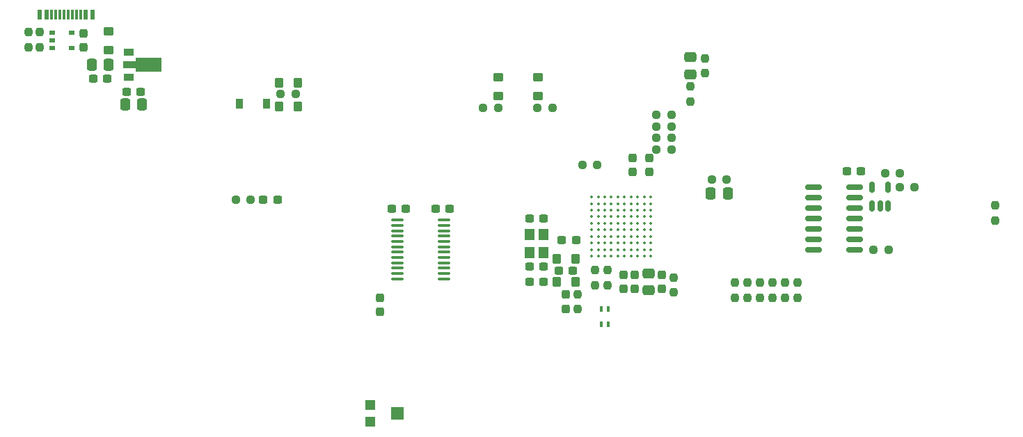
<source format=gbr>
%TF.GenerationSoftware,KiCad,Pcbnew,(6.0.10-0)*%
%TF.CreationDate,2022-12-22T01:29:59-08:00*%
%TF.ProjectId,Tesla Coil MIDI Synth,5465736c-6120-4436-9f69-6c204d494449,1*%
%TF.SameCoordinates,Original*%
%TF.FileFunction,Paste,Top*%
%TF.FilePolarity,Positive*%
%FSLAX46Y46*%
G04 Gerber Fmt 4.6, Leading zero omitted, Abs format (unit mm)*
G04 Created by KiCad (PCBNEW (6.0.10-0)) date 2022-12-22 01:29:59*
%MOMM*%
%LPD*%
G01*
G04 APERTURE LIST*
G04 Aperture macros list*
%AMRoundRect*
0 Rectangle with rounded corners*
0 $1 Rounding radius*
0 $2 $3 $4 $5 $6 $7 $8 $9 X,Y pos of 4 corners*
0 Add a 4 corners polygon primitive as box body*
4,1,4,$2,$3,$4,$5,$6,$7,$8,$9,$2,$3,0*
0 Add four circle primitives for the rounded corners*
1,1,$1+$1,$2,$3*
1,1,$1+$1,$4,$5*
1,1,$1+$1,$6,$7*
1,1,$1+$1,$8,$9*
0 Add four rect primitives between the rounded corners*
20,1,$1+$1,$2,$3,$4,$5,0*
20,1,$1+$1,$4,$5,$6,$7,0*
20,1,$1+$1,$6,$7,$8,$9,0*
20,1,$1+$1,$8,$9,$2,$3,0*%
%AMFreePoly0*
4,1,9,3.862500,-0.866500,0.737500,-0.866500,0.737500,-0.450000,-0.737500,-0.450000,-0.737500,0.450000,0.737500,0.450000,0.737500,0.866500,3.862500,0.866500,3.862500,-0.866500,3.862500,-0.866500,$1*%
G04 Aperture macros list end*
%ADD10RoundRect,0.150000X0.150000X-0.512500X0.150000X0.512500X-0.150000X0.512500X-0.150000X-0.512500X0*%
%ADD11RoundRect,0.237500X0.300000X0.237500X-0.300000X0.237500X-0.300000X-0.237500X0.300000X-0.237500X0*%
%ADD12RoundRect,0.237500X0.237500X-0.300000X0.237500X0.300000X-0.237500X0.300000X-0.237500X-0.300000X0*%
%ADD13RoundRect,0.250000X-0.350000X0.275000X-0.350000X-0.275000X0.350000X-0.275000X0.350000X0.275000X0*%
%ADD14RoundRect,0.237500X0.250000X0.237500X-0.250000X0.237500X-0.250000X-0.237500X0.250000X-0.237500X0*%
%ADD15RoundRect,0.250000X0.337500X0.475000X-0.337500X0.475000X-0.337500X-0.475000X0.337500X-0.475000X0*%
%ADD16RoundRect,0.250000X0.275000X0.350000X-0.275000X0.350000X-0.275000X-0.350000X0.275000X-0.350000X0*%
%ADD17R,0.800000X0.550000*%
%ADD18RoundRect,0.237500X-0.237500X0.250000X-0.237500X-0.250000X0.237500X-0.250000X0.237500X0.250000X0*%
%ADD19RoundRect,0.100000X-0.637500X-0.100000X0.637500X-0.100000X0.637500X0.100000X-0.637500X0.100000X0*%
%ADD20RoundRect,0.250000X-0.275000X-0.350000X0.275000X-0.350000X0.275000X0.350000X-0.275000X0.350000X0*%
%ADD21RoundRect,0.237500X-0.300000X-0.237500X0.300000X-0.237500X0.300000X0.237500X-0.300000X0.237500X0*%
%ADD22R,0.900000X1.200000*%
%ADD23RoundRect,0.237500X-0.250000X-0.237500X0.250000X-0.237500X0.250000X0.237500X-0.250000X0.237500X0*%
%ADD24RoundRect,0.237500X-0.237500X0.300000X-0.237500X-0.300000X0.237500X-0.300000X0.237500X0.300000X0*%
%ADD25RoundRect,0.237500X0.237500X-0.250000X0.237500X0.250000X-0.237500X0.250000X-0.237500X-0.250000X0*%
%ADD26RoundRect,0.250000X-0.337500X-0.475000X0.337500X-0.475000X0.337500X0.475000X-0.337500X0.475000X0*%
%ADD27C,0.350000*%
%ADD28R,1.300000X0.900000*%
%ADD29FreePoly0,0.000000*%
%ADD30R,1.200000X1.400000*%
%ADD31RoundRect,0.250000X-0.475000X0.337500X-0.475000X-0.337500X0.475000X-0.337500X0.475000X0.337500X0*%
%ADD32R,0.600000X1.150000*%
%ADD33R,0.300000X1.150000*%
%ADD34R,1.200000X1.200000*%
%ADD35R,1.500000X1.600000*%
%ADD36RoundRect,0.250000X0.475000X-0.337500X0.475000X0.337500X-0.475000X0.337500X-0.475000X-0.337500X0*%
%ADD37RoundRect,0.150000X-0.825000X-0.150000X0.825000X-0.150000X0.825000X0.150000X-0.825000X0.150000X0*%
%ADD38R,0.400000X0.750000*%
%ADD39RoundRect,0.250000X0.350000X-0.275000X0.350000X0.275000X-0.350000X0.275000X-0.350000X-0.275000X0*%
G04 APERTURE END LIST*
D10*
%TO.C,U9*%
X126812000Y-50667500D03*
X127762000Y-50667500D03*
X128712000Y-50667500D03*
X128712000Y-48392500D03*
X126812000Y-48392500D03*
%TD*%
D11*
%TO.C,C2*%
X33755500Y-35179000D03*
X32030500Y-35179000D03*
%TD*%
D12*
%TO.C,C25*%
X97663000Y-46582500D03*
X97663000Y-44857500D03*
%TD*%
D13*
%TO.C,FB3*%
X86106000Y-35045000D03*
X86106000Y-37345000D03*
%TD*%
D14*
%TO.C,R21*%
X49379500Y-49911000D03*
X51204500Y-49911000D03*
%TD*%
D15*
%TO.C,C5*%
X37994500Y-38354000D03*
X35919500Y-38354000D03*
%TD*%
D11*
%TO.C,C6*%
X86841500Y-59944000D03*
X85116500Y-59944000D03*
%TD*%
D16*
%TO.C,FB5*%
X56903000Y-38608000D03*
X54603000Y-38608000D03*
%TD*%
D17*
%TO.C,D1*%
X27020500Y-29601000D03*
X27020500Y-30551000D03*
X27020500Y-31501000D03*
X29420500Y-31501000D03*
X29420500Y-29601000D03*
%TD*%
D18*
%TO.C,R16*%
X24130000Y-29567500D03*
X24130000Y-31392500D03*
%TD*%
%TO.C,R15*%
X117729000Y-60047500D03*
X117729000Y-61872500D03*
%TD*%
D19*
%TO.C,U5*%
X69019500Y-52432000D03*
X69019500Y-53082000D03*
X69019500Y-53732000D03*
X69019500Y-54382000D03*
X69019500Y-55032000D03*
X69019500Y-55682000D03*
X69019500Y-56332000D03*
X69019500Y-56982000D03*
X69019500Y-57632000D03*
X69019500Y-58282000D03*
X69019500Y-58932000D03*
X69019500Y-59582000D03*
X74744500Y-59582000D03*
X74744500Y-58932000D03*
X74744500Y-58282000D03*
X74744500Y-57632000D03*
X74744500Y-56982000D03*
X74744500Y-56332000D03*
X74744500Y-55682000D03*
X74744500Y-55032000D03*
X74744500Y-54382000D03*
X74744500Y-53732000D03*
X74744500Y-53082000D03*
X74744500Y-52432000D03*
%TD*%
D14*
%TO.C,R9*%
X102385500Y-42418000D03*
X100560500Y-42418000D03*
%TD*%
D20*
%TO.C,FB1*%
X88385000Y-59944000D03*
X90685000Y-59944000D03*
%TD*%
D21*
%TO.C,C20*%
X68352500Y-51054000D03*
X70077500Y-51054000D03*
%TD*%
D22*
%TO.C,D8*%
X53085000Y-38227000D03*
X49785000Y-38227000D03*
%TD*%
D12*
%TO.C,C21*%
X66929000Y-63600500D03*
X66929000Y-61875500D03*
%TD*%
D18*
%TO.C,R28*%
X25527000Y-29567500D03*
X25527000Y-31392500D03*
%TD*%
D23*
%TO.C,R18*%
X128373500Y-46736000D03*
X130198500Y-46736000D03*
%TD*%
D24*
%TO.C,C11*%
X96520000Y-59081500D03*
X96520000Y-60806500D03*
%TD*%
D11*
%TO.C,C13*%
X86843500Y-58039000D03*
X85118500Y-58039000D03*
%TD*%
D14*
%TO.C,R2*%
X93368500Y-45720000D03*
X91543500Y-45720000D03*
%TD*%
D25*
%TO.C,R17*%
X104648000Y-37996500D03*
X104648000Y-36171500D03*
%TD*%
D12*
%TO.C,C16*%
X99695000Y-46582500D03*
X99695000Y-44857500D03*
%TD*%
D24*
%TO.C,C7*%
X97917000Y-59081500D03*
X97917000Y-60806500D03*
%TD*%
D11*
%TO.C,C22*%
X75411500Y-51054000D03*
X73686500Y-51054000D03*
%TD*%
D18*
%TO.C,R14*%
X116205000Y-60047500D03*
X116205000Y-61872500D03*
%TD*%
D25*
%TO.C,R6*%
X93091000Y-60348500D03*
X93091000Y-58523500D03*
%TD*%
D14*
%TO.C,R7*%
X102385500Y-39624000D03*
X100560500Y-39624000D03*
%TD*%
D25*
%TO.C,R20*%
X106426000Y-34567500D03*
X106426000Y-32742500D03*
%TD*%
D26*
%TO.C,C24*%
X107166500Y-49149000D03*
X109241500Y-49149000D03*
%TD*%
D20*
%TO.C,FB2*%
X88385000Y-57150000D03*
X90685000Y-57150000D03*
%TD*%
D11*
%TO.C,C26*%
X125449500Y-46482000D03*
X123724500Y-46482000D03*
%TD*%
D18*
%TO.C,R13*%
X114681000Y-60047500D03*
X114681000Y-61872500D03*
%TD*%
D25*
%TO.C,R4*%
X102616000Y-61237500D03*
X102616000Y-59412500D03*
%TD*%
D14*
%TO.C,R1*%
X102385500Y-43815000D03*
X100560500Y-43815000D03*
%TD*%
D27*
%TO.C,U2*%
X92666000Y-49613000D03*
X93466000Y-49613000D03*
X94266000Y-49613000D03*
X95066000Y-49613000D03*
X95866000Y-49613000D03*
X96666000Y-49613000D03*
X97466000Y-49613000D03*
X98266000Y-49613000D03*
X99066000Y-49613000D03*
X99866000Y-49613000D03*
X92666000Y-50413000D03*
X93466000Y-50413000D03*
X94266000Y-50413000D03*
X95066000Y-50413000D03*
X95866000Y-50413000D03*
X96666000Y-50413000D03*
X97466000Y-50413000D03*
X98266000Y-50413000D03*
X99066000Y-50413000D03*
X99866000Y-50413000D03*
X92666000Y-51213000D03*
X93466000Y-51213000D03*
X94266000Y-51213000D03*
X95066000Y-51213000D03*
X95866000Y-51213000D03*
X96666000Y-51213000D03*
X97466000Y-51213000D03*
X98266000Y-51213000D03*
X99066000Y-51213000D03*
X99866000Y-51213000D03*
X92666000Y-52013000D03*
X93466000Y-52013000D03*
X94266000Y-52013000D03*
X95066000Y-52013000D03*
X95866000Y-52013000D03*
X96666000Y-52013000D03*
X97466000Y-52013000D03*
X98266000Y-52013000D03*
X99066000Y-52013000D03*
X99866000Y-52013000D03*
X92666000Y-52813000D03*
X93466000Y-52813000D03*
X94266000Y-52813000D03*
X95066000Y-52813000D03*
X95866000Y-52813000D03*
X96666000Y-52813000D03*
X97466000Y-52813000D03*
X98266000Y-52813000D03*
X99066000Y-52813000D03*
X99866000Y-52813000D03*
X92666000Y-53613000D03*
X93466000Y-53613000D03*
X94266000Y-53613000D03*
X95066000Y-53613000D03*
X95866000Y-53613000D03*
X96666000Y-53613000D03*
X97466000Y-53613000D03*
X98266000Y-53613000D03*
X99066000Y-53613000D03*
X99866000Y-53613000D03*
X92666000Y-54413000D03*
X93466000Y-54413000D03*
X94266000Y-54413000D03*
X95066000Y-54413000D03*
X95866000Y-54413000D03*
X96666000Y-54413000D03*
X97466000Y-54413000D03*
X98266000Y-54413000D03*
X99066000Y-54413000D03*
X99866000Y-54413000D03*
X92666000Y-55213000D03*
X93466000Y-55213000D03*
X94266000Y-55213000D03*
X95066000Y-55213000D03*
X95866000Y-55213000D03*
X96666000Y-55213000D03*
X97466000Y-55213000D03*
X98266000Y-55213000D03*
X99066000Y-55213000D03*
X99866000Y-55213000D03*
X92666000Y-56013000D03*
X93466000Y-56013000D03*
X94266000Y-56013000D03*
X95066000Y-56013000D03*
X95866000Y-56013000D03*
X96666000Y-56013000D03*
X97466000Y-56013000D03*
X98266000Y-56013000D03*
X99066000Y-56013000D03*
X99866000Y-56013000D03*
X92666000Y-56813000D03*
X93466000Y-56813000D03*
X94266000Y-56813000D03*
X95066000Y-56813000D03*
X95866000Y-56813000D03*
X96666000Y-56813000D03*
X97466000Y-56813000D03*
X98266000Y-56813000D03*
X99066000Y-56813000D03*
X99866000Y-56813000D03*
%TD*%
D14*
%TO.C,R23*%
X87907500Y-38735000D03*
X86082500Y-38735000D03*
%TD*%
D13*
%TO.C,L1*%
X33909000Y-29457000D03*
X33909000Y-31757000D03*
%TD*%
D28*
%TO.C,U1*%
X36323000Y-32028000D03*
D29*
X36410500Y-33528000D03*
D28*
X36323000Y-35028000D03*
%TD*%
D24*
%TO.C,C8*%
X101219000Y-59081500D03*
X101219000Y-60806500D03*
%TD*%
D21*
%TO.C,C18*%
X54433000Y-49911000D03*
X52708000Y-49911000D03*
%TD*%
D14*
%TO.C,R27*%
X109116500Y-47498000D03*
X107291500Y-47498000D03*
%TD*%
D30*
%TO.C,Y1*%
X85131000Y-54145000D03*
X85131000Y-56345000D03*
X86831000Y-56345000D03*
X86831000Y-54145000D03*
%TD*%
D23*
%TO.C,R24*%
X54840500Y-37084000D03*
X56665500Y-37084000D03*
%TD*%
D18*
%TO.C,R12*%
X113157000Y-60047500D03*
X113157000Y-61872500D03*
%TD*%
D31*
%TO.C,C10*%
X99568000Y-58906500D03*
X99568000Y-60981500D03*
%TD*%
D20*
%TO.C,FB4*%
X54603000Y-35687000D03*
X56903000Y-35687000D03*
%TD*%
D32*
%TO.C,J1*%
X31928500Y-27432000D03*
X25528500Y-27432000D03*
X31128500Y-27432000D03*
X26328500Y-27432000D03*
D33*
X29978500Y-27432000D03*
X28978500Y-27432000D03*
X28478500Y-27432000D03*
X27478500Y-27432000D03*
X26978500Y-27432000D03*
X27978500Y-27432000D03*
X29478500Y-27432000D03*
X30478500Y-27432000D03*
%TD*%
D23*
%TO.C,R22*%
X126976500Y-56007000D03*
X128801500Y-56007000D03*
%TD*%
D18*
%TO.C,R10*%
X110109000Y-60047500D03*
X110109000Y-61872500D03*
%TD*%
D24*
%TO.C,C9*%
X89535000Y-61494500D03*
X89535000Y-63219500D03*
%TD*%
%TO.C,C3*%
X30887500Y-29688500D03*
X30887500Y-31413500D03*
%TD*%
D34*
%TO.C,RV1*%
X65764000Y-74946000D03*
D35*
X69014000Y-75946000D03*
D34*
X65764000Y-76946000D03*
%TD*%
D15*
%TO.C,C1*%
X33930500Y-33528000D03*
X31855500Y-33528000D03*
%TD*%
D25*
%TO.C,R5*%
X94615000Y-60348500D03*
X94615000Y-58523500D03*
%TD*%
D36*
%TO.C,C17*%
X104648000Y-34692500D03*
X104648000Y-32617500D03*
%TD*%
D18*
%TO.C,R3*%
X90932000Y-61444500D03*
X90932000Y-63269500D03*
%TD*%
%TO.C,R26*%
X141732000Y-50649500D03*
X141732000Y-52474500D03*
%TD*%
D37*
%TO.C,U8*%
X119699000Y-48387000D03*
X119699000Y-49657000D03*
X119699000Y-50927000D03*
X119699000Y-52197000D03*
X119699000Y-53467000D03*
X119699000Y-54737000D03*
X119699000Y-56007000D03*
X124649000Y-56007000D03*
X124649000Y-54737000D03*
X124649000Y-53467000D03*
X124649000Y-52197000D03*
X124649000Y-50927000D03*
X124649000Y-49657000D03*
X124649000Y-48387000D03*
%TD*%
D11*
%TO.C,C4*%
X37819500Y-36830000D03*
X36094500Y-36830000D03*
%TD*%
%TO.C,C14*%
X90778500Y-54864000D03*
X89053500Y-54864000D03*
%TD*%
D38*
%TO.C,FL1*%
X93809000Y-65060000D03*
X93809000Y-63210000D03*
X94659000Y-65060000D03*
X94659000Y-63210000D03*
%TD*%
D14*
%TO.C,R25*%
X81303500Y-38735000D03*
X79478500Y-38735000D03*
%TD*%
D11*
%TO.C,C12*%
X86843500Y-52197000D03*
X85118500Y-52197000D03*
%TD*%
D18*
%TO.C,R11*%
X111633000Y-60047500D03*
X111633000Y-61872500D03*
%TD*%
D14*
%TO.C,R19*%
X131976500Y-48387000D03*
X130151500Y-48387000D03*
%TD*%
D11*
%TO.C,C15*%
X90397500Y-58547000D03*
X88672500Y-58547000D03*
%TD*%
D39*
%TO.C,FB6*%
X81280000Y-37345000D03*
X81280000Y-35045000D03*
%TD*%
D14*
%TO.C,R8*%
X102385500Y-41021000D03*
X100560500Y-41021000D03*
%TD*%
M02*

</source>
